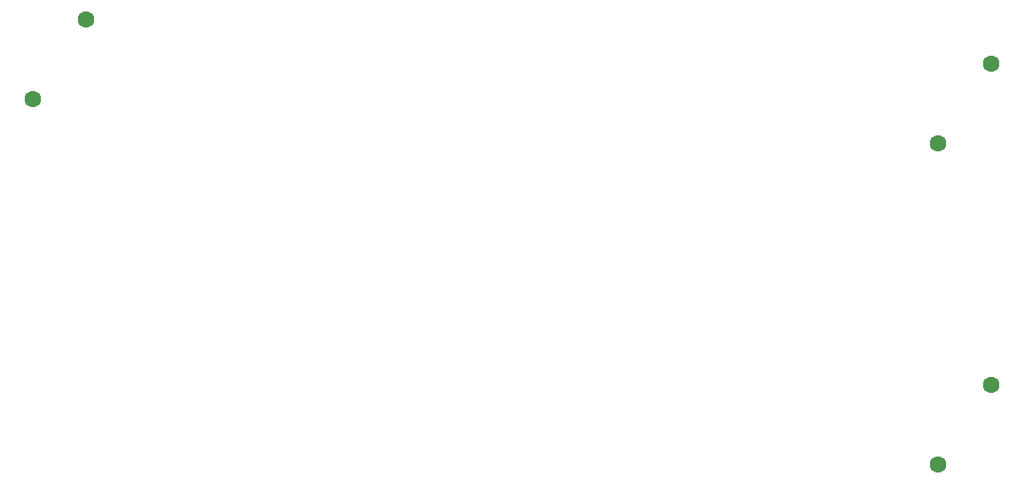
<source format=gbr>
%TF.GenerationSoftware,KiCad,Pcbnew,8.0.2*%
%TF.CreationDate,2025-04-13T16:48:03+02:00*%
%TF.ProjectId,AES-DAC,4145532d-4441-4432-9e6b-696361645f70,rev?*%
%TF.SameCoordinates,Original*%
%TF.FileFunction,NonPlated,1,4,NPTH,Drill*%
%TF.FilePolarity,Positive*%
%FSLAX46Y46*%
G04 Gerber Fmt 4.6, Leading zero omitted, Abs format (unit mm)*
G04 Created by KiCad (PCBNEW 8.0.2) date 2025-04-13 16:48:03*
%MOMM*%
%LPD*%
G01*
G04 APERTURE LIST*
%TA.AperFunction,ComponentDrill*%
%ADD10C,1.600000*%
%TD*%
G04 APERTURE END LIST*
D10*
%TO.C,J1*%
X22920000Y-41120000D03*
X28000000Y-33500000D03*
%TO.C,J3*%
X109390000Y-45310000D03*
%TO.C,J2*%
X109390000Y-76010000D03*
%TO.C,J3*%
X114470000Y-37690000D03*
%TO.C,J2*%
X114470000Y-68390000D03*
M02*

</source>
